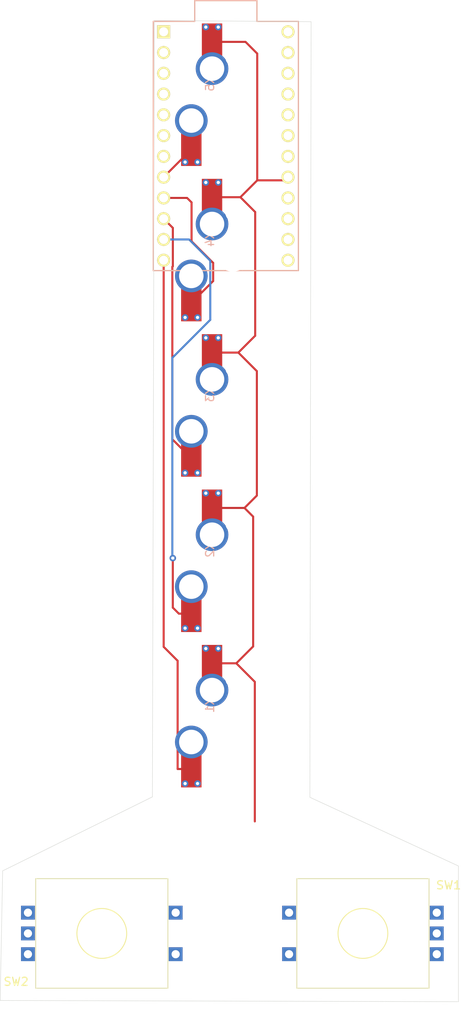
<source format=kicad_pcb>
(kicad_pcb (version 20171130) (host pcbnew "(5.1.6)-1")

  (general
    (thickness 1.6)
    (drawings 23)
    (tracks 48)
    (zones 0)
    (modules 8)
    (nets 35)
  )

  (page A4)
  (layers
    (0 F.Cu signal)
    (31 B.Cu signal)
    (32 B.Adhes user)
    (33 F.Adhes user)
    (34 B.Paste user)
    (35 F.Paste user)
    (36 B.SilkS user)
    (37 F.SilkS user)
    (38 B.Mask user)
    (39 F.Mask user)
    (40 Dwgs.User user)
    (41 Cmts.User user)
    (42 Eco1.User user)
    (43 Eco2.User user)
    (44 Edge.Cuts user)
    (45 Margin user)
    (46 B.CrtYd user)
    (47 F.CrtYd user)
    (48 B.Fab user)
    (49 F.Fab user)
  )

  (setup
    (last_trace_width 0.25)
    (trace_clearance 0.2)
    (zone_clearance 0.508)
    (zone_45_only no)
    (trace_min 0.2)
    (via_size 0.8)
    (via_drill 0.4)
    (via_min_size 0.4)
    (via_min_drill 0.3)
    (uvia_size 0.3)
    (uvia_drill 0.1)
    (uvias_allowed no)
    (uvia_min_size 0.2)
    (uvia_min_drill 0.1)
    (edge_width 0.05)
    (segment_width 0.2)
    (pcb_text_width 0.3)
    (pcb_text_size 1.5 1.5)
    (mod_edge_width 0.12)
    (mod_text_size 1 1)
    (mod_text_width 0.15)
    (pad_size 1.524 1.524)
    (pad_drill 0.762)
    (pad_to_mask_clearance 0.05)
    (aux_axis_origin 0 0)
    (visible_elements 7FFFFFFF)
    (pcbplotparams
      (layerselection 0x010fc_ffffffff)
      (usegerberextensions false)
      (usegerberattributes true)
      (usegerberadvancedattributes true)
      (creategerberjobfile true)
      (excludeedgelayer true)
      (linewidth 0.100000)
      (plotframeref false)
      (viasonmask false)
      (mode 1)
      (useauxorigin false)
      (hpglpennumber 1)
      (hpglpenspeed 20)
      (hpglpendiameter 15.000000)
      (psnegative false)
      (psa4output false)
      (plotreference true)
      (plotvalue true)
      (plotinvisibletext false)
      (padsonsilk false)
      (subtractmaskfromsilk false)
      (outputformat 1)
      (mirror false)
      (drillshape 1)
      (scaleselection 1)
      (outputdirectory ""))
  )

  (net 0 "")
  (net 1 "Net-(MX1-Pad2)")
  (net 2 "Net-(MX1-Pad1)")
  (net 3 "Net-(MX2-Pad2)")
  (net 4 "Net-(MX3-Pad2)")
  (net 5 "Net-(MX4-Pad2)")
  (net 6 "Net-(MX5-Pad2)")
  (net 7 "Net-(SW1-PadS1)")
  (net 8 "Net-(SW1-PadS2)")
  (net 9 "Net-(SW1-PadC)")
  (net 10 "Net-(SW1-PadB)")
  (net 11 "Net-(SW1-PadA)")
  (net 12 "Net-(SW2-PadS1)")
  (net 13 "Net-(SW2-PadS2)")
  (net 14 "Net-(SW2-PadC)")
  (net 15 "Net-(SW2-PadB)")
  (net 16 "Net-(SW2-PadA)")
  (net 17 "Net-(U1-Pad24)")
  (net 18 "Net-(U1-Pad23)")
  (net 19 "Net-(U1-Pad22)")
  (net 20 "Net-(U1-Pad21)")
  (net 21 "Net-(U1-Pad20)")
  (net 22 "Net-(U1-Pad19)")
  (net 23 "Net-(U1-Pad18)")
  (net 24 "Net-(U1-Pad16)")
  (net 25 "Net-(U1-Pad15)")
  (net 26 "Net-(U1-Pad14)")
  (net 27 "Net-(U1-Pad13)")
  (net 28 "Net-(U1-Pad7)")
  (net 29 "Net-(U1-Pad6)")
  (net 30 "Net-(U1-Pad5)")
  (net 31 "Net-(U1-Pad4)")
  (net 32 "Net-(U1-Pad3)")
  (net 33 "Net-(U1-Pad2)")
  (net 34 "Net-(U1-Pad1)")

  (net_class Default "This is the default net class."
    (clearance 0.2)
    (trace_width 0.25)
    (via_dia 0.8)
    (via_drill 0.4)
    (uvia_dia 0.3)
    (uvia_drill 0.1)
    (add_net "Net-(MX1-Pad1)")
    (add_net "Net-(MX1-Pad2)")
    (add_net "Net-(MX2-Pad2)")
    (add_net "Net-(MX3-Pad2)")
    (add_net "Net-(MX4-Pad2)")
    (add_net "Net-(MX5-Pad2)")
    (add_net "Net-(SW1-PadA)")
    (add_net "Net-(SW1-PadB)")
    (add_net "Net-(SW1-PadC)")
    (add_net "Net-(SW1-PadS1)")
    (add_net "Net-(SW1-PadS2)")
    (add_net "Net-(SW2-PadA)")
    (add_net "Net-(SW2-PadB)")
    (add_net "Net-(SW2-PadC)")
    (add_net "Net-(SW2-PadS1)")
    (add_net "Net-(SW2-PadS2)")
    (add_net "Net-(U1-Pad1)")
    (add_net "Net-(U1-Pad13)")
    (add_net "Net-(U1-Pad14)")
    (add_net "Net-(U1-Pad15)")
    (add_net "Net-(U1-Pad16)")
    (add_net "Net-(U1-Pad18)")
    (add_net "Net-(U1-Pad19)")
    (add_net "Net-(U1-Pad2)")
    (add_net "Net-(U1-Pad20)")
    (add_net "Net-(U1-Pad21)")
    (add_net "Net-(U1-Pad22)")
    (add_net "Net-(U1-Pad23)")
    (add_net "Net-(U1-Pad24)")
    (add_net "Net-(U1-Pad3)")
    (add_net "Net-(U1-Pad4)")
    (add_net "Net-(U1-Pad5)")
    (add_net "Net-(U1-Pad6)")
    (add_net "Net-(U1-Pad7)")
  )

  (module promicro:ProMicro (layer F.Cu) (tedit 5A06A962) (tstamp 602476EE)
    (at 138.2 3.7 270)
    (descr "Pro Micro footprint")
    (tags "promicro ProMicro")
    (path /60242502)
    (fp_text reference U1 (at 0.05 -9.65 90) (layer F.SilkS) hide
      (effects (font (size 1 1) (thickness 0.15)))
    )
    (fp_text value ProMicro (at -8.85 5.3 90) (layer F.Fab)
      (effects (font (size 1 1) (thickness 0.15)))
    )
    (fp_line (start 15.24 -8.89) (end 15.24 8.89) (layer B.SilkS) (width 0.15))
    (fp_line (start 15.24 8.89) (end -15.24 8.89) (layer B.SilkS) (width 0.15))
    (fp_line (start -15.24 8.89) (end -15.24 3.81) (layer B.SilkS) (width 0.15))
    (fp_line (start -15.24 3.81) (end -17.78 3.81) (layer B.SilkS) (width 0.15))
    (fp_line (start -17.78 3.81) (end -17.78 -3.81) (layer B.SilkS) (width 0.15))
    (fp_line (start -17.78 -3.81) (end -15.24 -3.81) (layer B.SilkS) (width 0.15))
    (fp_line (start -15.24 -3.81) (end -15.24 -8.89) (layer B.SilkS) (width 0.15))
    (fp_line (start -15.24 -8.89) (end 15.24 -8.89) (layer B.SilkS) (width 0.15))
    (fp_line (start -15.24 8.89) (end 15.24 8.89) (layer F.SilkS) (width 0.15))
    (fp_line (start -15.24 8.89) (end -15.24 3.81) (layer F.SilkS) (width 0.15))
    (fp_line (start -15.24 3.81) (end -17.78 3.81) (layer F.SilkS) (width 0.15))
    (fp_line (start -17.78 3.81) (end -17.78 -3.81) (layer F.SilkS) (width 0.15))
    (fp_line (start -17.78 -3.81) (end -15.24 -3.81) (layer F.SilkS) (width 0.15))
    (fp_line (start -15.24 -3.81) (end -15.24 -8.89) (layer F.SilkS) (width 0.15))
    (fp_line (start -15.24 -8.89) (end 15.24 -8.89) (layer F.SilkS) (width 0.15))
    (fp_line (start 15.24 -8.89) (end 15.24 8.89) (layer F.SilkS) (width 0.15))
    (pad 24 thru_hole circle (at -13.97 -7.62 270) (size 1.6 1.6) (drill 1.1) (layers *.Cu *.Mask F.SilkS)
      (net 17 "Net-(U1-Pad24)"))
    (pad 23 thru_hole circle (at -11.43 -7.62 270) (size 1.6 1.6) (drill 1.1) (layers *.Cu *.Mask F.SilkS)
      (net 18 "Net-(U1-Pad23)"))
    (pad 22 thru_hole circle (at -8.89 -7.62 270) (size 1.6 1.6) (drill 1.1) (layers *.Cu *.Mask F.SilkS)
      (net 19 "Net-(U1-Pad22)"))
    (pad 21 thru_hole circle (at -6.35 -7.62 270) (size 1.6 1.6) (drill 1.1) (layers *.Cu *.Mask F.SilkS)
      (net 20 "Net-(U1-Pad21)"))
    (pad 20 thru_hole circle (at -3.81 -7.62 270) (size 1.6 1.6) (drill 1.1) (layers *.Cu *.Mask F.SilkS)
      (net 21 "Net-(U1-Pad20)"))
    (pad 19 thru_hole circle (at -1.27 -7.62 270) (size 1.6 1.6) (drill 1.1) (layers *.Cu *.Mask F.SilkS)
      (net 22 "Net-(U1-Pad19)"))
    (pad 18 thru_hole circle (at 1.27 -7.62 270) (size 1.6 1.6) (drill 1.1) (layers *.Cu *.Mask F.SilkS)
      (net 23 "Net-(U1-Pad18)"))
    (pad 17 thru_hole circle (at 3.81 -7.62 270) (size 1.6 1.6) (drill 1.1) (layers *.Cu *.Mask F.SilkS)
      (net 2 "Net-(MX1-Pad1)"))
    (pad 16 thru_hole circle (at 6.35 -7.62 270) (size 1.6 1.6) (drill 1.1) (layers *.Cu *.Mask F.SilkS)
      (net 24 "Net-(U1-Pad16)"))
    (pad 15 thru_hole circle (at 8.89 -7.62 270) (size 1.6 1.6) (drill 1.1) (layers *.Cu *.Mask F.SilkS)
      (net 25 "Net-(U1-Pad15)"))
    (pad 14 thru_hole circle (at 11.43 -7.62 270) (size 1.6 1.6) (drill 1.1) (layers *.Cu *.Mask F.SilkS)
      (net 26 "Net-(U1-Pad14)"))
    (pad 13 thru_hole circle (at 13.97 -7.62 270) (size 1.6 1.6) (drill 1.1) (layers *.Cu *.Mask F.SilkS)
      (net 27 "Net-(U1-Pad13)"))
    (pad 12 thru_hole circle (at 13.97 7.62 270) (size 1.6 1.6) (drill 1.1) (layers *.Cu *.Mask F.SilkS)
      (net 1 "Net-(MX1-Pad2)"))
    (pad 11 thru_hole circle (at 11.43 7.62 270) (size 1.6 1.6) (drill 1.1) (layers *.Cu *.Mask F.SilkS)
      (net 3 "Net-(MX2-Pad2)"))
    (pad 10 thru_hole circle (at 8.89 7.62 270) (size 1.6 1.6) (drill 1.1) (layers *.Cu *.Mask F.SilkS)
      (net 4 "Net-(MX3-Pad2)"))
    (pad 9 thru_hole circle (at 6.35 7.62 270) (size 1.6 1.6) (drill 1.1) (layers *.Cu *.Mask F.SilkS)
      (net 5 "Net-(MX4-Pad2)"))
    (pad 8 thru_hole circle (at 3.81 7.62 270) (size 1.6 1.6) (drill 1.1) (layers *.Cu *.Mask F.SilkS)
      (net 6 "Net-(MX5-Pad2)"))
    (pad 7 thru_hole circle (at 1.27 7.62 270) (size 1.6 1.6) (drill 1.1) (layers *.Cu *.Mask F.SilkS)
      (net 28 "Net-(U1-Pad7)"))
    (pad 6 thru_hole circle (at -1.27 7.62 270) (size 1.6 1.6) (drill 1.1) (layers *.Cu *.Mask F.SilkS)
      (net 29 "Net-(U1-Pad6)"))
    (pad 5 thru_hole circle (at -3.81 7.62 270) (size 1.6 1.6) (drill 1.1) (layers *.Cu *.Mask F.SilkS)
      (net 30 "Net-(U1-Pad5)"))
    (pad 4 thru_hole circle (at -6.35 7.62 270) (size 1.6 1.6) (drill 1.1) (layers *.Cu *.Mask F.SilkS)
      (net 31 "Net-(U1-Pad4)"))
    (pad 3 thru_hole circle (at -8.89 7.62 270) (size 1.6 1.6) (drill 1.1) (layers *.Cu *.Mask F.SilkS)
      (net 32 "Net-(U1-Pad3)"))
    (pad 2 thru_hole circle (at -11.43 7.62 270) (size 1.6 1.6) (drill 1.1) (layers *.Cu *.Mask F.SilkS)
      (net 33 "Net-(U1-Pad2)"))
    (pad 1 thru_hole rect (at -13.97 7.62 270) (size 1.6 1.6) (drill 1.1) (layers *.Cu *.Mask F.SilkS)
      (net 34 "Net-(U1-Pad1)"))
  )

  (module MX_Only:MXOnly-1U-Hotswap-Antishear (layer B.Cu) (tedit 5BC2AA2F) (tstamp 601C62E5)
    (at 139.05 -1.95 270)
    (path /601C75AF)
    (fp_text reference MX5 (at -2.54 2.794 270) (layer B.SilkS)
      (effects (font (size 1 1) (thickness 0.15)) (justify mirror))
    )
    (fp_text value MX-LED (at -2.54 -12.954 270) (layer B.Fab)
      (effects (font (size 1 1) (thickness 0.15)) (justify mirror))
    )
    (fp_line (start -9.525 -9.525) (end -9.525 9.525) (layer Dwgs.User) (width 0.15))
    (fp_line (start 9.525 -9.525) (end -9.525 -9.525) (layer Dwgs.User) (width 0.15))
    (fp_line (start 9.525 9.525) (end 9.525 -9.525) (layer Dwgs.User) (width 0.15))
    (fp_line (start -9.525 9.525) (end 9.525 9.525) (layer Dwgs.User) (width 0.15))
    (fp_line (start -7 7) (end -7 5) (layer Dwgs.User) (width 0.15))
    (fp_line (start -5 7) (end -7 7) (layer Dwgs.User) (width 0.15))
    (fp_line (start -7 -7) (end -5 -7) (layer Dwgs.User) (width 0.15))
    (fp_line (start -7 -5) (end -7 -7) (layer Dwgs.User) (width 0.15))
    (fp_line (start 7 -7) (end 7 -5) (layer Dwgs.User) (width 0.15))
    (fp_line (start 5 -7) (end 7 -7) (layer Dwgs.User) (width 0.15))
    (fp_line (start 7 7) (end 7 5) (layer Dwgs.User) (width 0.15))
    (fp_line (start 5 7) (end 7 7) (layer Dwgs.User) (width 0.15))
    (fp_text user %R (at -2.54 2.794 270) (layer B.Fab)
      (effects (font (size 1 1) (thickness 0.15)) (justify mirror))
    )
    (pad 2 smd rect (at 5.842 5.08 270) (size 4.5 2.5) (layers F.Cu)
      (net 6 "Net-(MX5-Pad2)"))
    (pad 1 smd rect (at -7.085 2.54 270) (size 4.5 2.5) (layers F.Cu)
      (net 2 "Net-(MX1-Pad1)"))
    (pad 2 thru_hole circle (at 7.62 4.318 270) (size 0.8 0.8) (drill 0.4) (layers *.Cu)
      (net 6 "Net-(MX5-Pad2)"))
    (pad 1 thru_hole circle (at -8.89 1.778 270) (size 0.8 0.8) (drill 0.4) (layers *.Cu)
      (net 2 "Net-(MX1-Pad1)"))
    (pad 2 thru_hole circle (at 7.62 5.842 270) (size 0.8 0.8) (drill 0.4) (layers *.Cu)
      (net 6 "Net-(MX5-Pad2)"))
    (pad 1 thru_hole circle (at -8.89 3.302 270) (size 0.8 0.8) (drill 0.4) (layers *.Cu)
      (net 2 "Net-(MX1-Pad1)"))
    (pad 2 smd rect (at 5.815 5.08 270) (size 2.55 2.5) (layers F.Paste F.Mask)
      (net 6 "Net-(MX5-Pad2)"))
    (pad 1 smd rect (at -7.085 2.54 270) (size 2.55 2.5) (layers F.Paste F.Mask)
      (net 2 "Net-(MX1-Pad1)"))
    (pad "" np_thru_hole circle (at 5.08 0 221.9004) (size 1.75 1.75) (drill 1.75) (layers *.Cu *.Mask))
    (pad "" np_thru_hole circle (at -5.08 0 221.9004) (size 1.75 1.75) (drill 1.75) (layers *.Cu *.Mask))
    (pad 1 thru_hole circle (at -3.81 2.54 270) (size 4 4) (drill 3) (layers *.Cu)
      (net 2 "Net-(MX1-Pad1)"))
    (pad "" np_thru_hole circle (at 0 0 270) (size 3.9878 3.9878) (drill 3.9878) (layers *.Cu *.Mask))
    (pad 2 thru_hole circle (at 2.54 5.08 270) (size 4 4) (drill 3) (layers *.Cu)
      (net 6 "Net-(MX5-Pad2)"))
  )

  (module MX_Only:MXOnly-1U-Hotswap-Antishear (layer B.Cu) (tedit 5BC2AA2F) (tstamp 601C62CB)
    (at 139.05 17.05 270)
    (path /601C716F)
    (fp_text reference MX4 (at -2.54 2.794 270) (layer B.SilkS)
      (effects (font (size 1 1) (thickness 0.15)) (justify mirror))
    )
    (fp_text value MX-LED (at -2.54 -12.954 270) (layer B.Fab)
      (effects (font (size 1 1) (thickness 0.15)) (justify mirror))
    )
    (fp_line (start -9.525 -9.525) (end -9.525 9.525) (layer Dwgs.User) (width 0.15))
    (fp_line (start 9.525 -9.525) (end -9.525 -9.525) (layer Dwgs.User) (width 0.15))
    (fp_line (start 9.525 9.525) (end 9.525 -9.525) (layer Dwgs.User) (width 0.15))
    (fp_line (start -9.525 9.525) (end 9.525 9.525) (layer Dwgs.User) (width 0.15))
    (fp_line (start -7 7) (end -7 5) (layer Dwgs.User) (width 0.15))
    (fp_line (start -5 7) (end -7 7) (layer Dwgs.User) (width 0.15))
    (fp_line (start -7 -7) (end -5 -7) (layer Dwgs.User) (width 0.15))
    (fp_line (start -7 -5) (end -7 -7) (layer Dwgs.User) (width 0.15))
    (fp_line (start 7 -7) (end 7 -5) (layer Dwgs.User) (width 0.15))
    (fp_line (start 5 -7) (end 7 -7) (layer Dwgs.User) (width 0.15))
    (fp_line (start 7 7) (end 7 5) (layer Dwgs.User) (width 0.15))
    (fp_line (start 5 7) (end 7 7) (layer Dwgs.User) (width 0.15))
    (fp_text user %R (at -2.54 2.794 270) (layer B.Fab)
      (effects (font (size 1 1) (thickness 0.15)) (justify mirror))
    )
    (pad 2 smd rect (at 5.842 5.08 270) (size 4.5 2.5) (layers F.Cu)
      (net 5 "Net-(MX4-Pad2)"))
    (pad 1 smd rect (at -7.085 2.54 270) (size 4.5 2.5) (layers F.Cu)
      (net 2 "Net-(MX1-Pad1)"))
    (pad 2 thru_hole circle (at 7.62 4.318 270) (size 0.8 0.8) (drill 0.4) (layers *.Cu)
      (net 5 "Net-(MX4-Pad2)"))
    (pad 1 thru_hole circle (at -8.89 1.778 270) (size 0.8 0.8) (drill 0.4) (layers *.Cu)
      (net 2 "Net-(MX1-Pad1)"))
    (pad 2 thru_hole circle (at 7.62 5.842 270) (size 0.8 0.8) (drill 0.4) (layers *.Cu)
      (net 5 "Net-(MX4-Pad2)"))
    (pad 1 thru_hole circle (at -8.89 3.302 270) (size 0.8 0.8) (drill 0.4) (layers *.Cu)
      (net 2 "Net-(MX1-Pad1)"))
    (pad 2 smd rect (at 5.815 5.08 270) (size 2.55 2.5) (layers F.Paste F.Mask)
      (net 5 "Net-(MX4-Pad2)"))
    (pad 1 smd rect (at -7.085 2.54 270) (size 2.55 2.5) (layers F.Paste F.Mask)
      (net 2 "Net-(MX1-Pad1)"))
    (pad "" np_thru_hole circle (at 5.08 0 221.9004) (size 1.75 1.75) (drill 1.75) (layers *.Cu *.Mask))
    (pad "" np_thru_hole circle (at -5.08 0 221.9004) (size 1.75 1.75) (drill 1.75) (layers *.Cu *.Mask))
    (pad 1 thru_hole circle (at -3.81 2.54 270) (size 4 4) (drill 3) (layers *.Cu)
      (net 2 "Net-(MX1-Pad1)"))
    (pad "" np_thru_hole circle (at 0 0 270) (size 3.9878 3.9878) (drill 3.9878) (layers *.Cu *.Mask))
    (pad 2 thru_hole circle (at 2.54 5.08 270) (size 4 4) (drill 3) (layers *.Cu)
      (net 5 "Net-(MX4-Pad2)"))
  )

  (module MX_Only:MXOnly-1U-Hotswap-Antishear (layer B.Cu) (tedit 5BC2AA2F) (tstamp 601C62B1)
    (at 139.05 36.05 270)
    (path /601C6DD5)
    (fp_text reference MX3 (at -2.54 2.794 270) (layer B.SilkS)
      (effects (font (size 1 1) (thickness 0.15)) (justify mirror))
    )
    (fp_text value MX-LED (at -2.54 -12.954 270) (layer B.Fab)
      (effects (font (size 1 1) (thickness 0.15)) (justify mirror))
    )
    (fp_line (start -9.525 -9.525) (end -9.525 9.525) (layer Dwgs.User) (width 0.15))
    (fp_line (start 9.525 -9.525) (end -9.525 -9.525) (layer Dwgs.User) (width 0.15))
    (fp_line (start 9.525 9.525) (end 9.525 -9.525) (layer Dwgs.User) (width 0.15))
    (fp_line (start -9.525 9.525) (end 9.525 9.525) (layer Dwgs.User) (width 0.15))
    (fp_line (start -7 7) (end -7 5) (layer Dwgs.User) (width 0.15))
    (fp_line (start -5 7) (end -7 7) (layer Dwgs.User) (width 0.15))
    (fp_line (start -7 -7) (end -5 -7) (layer Dwgs.User) (width 0.15))
    (fp_line (start -7 -5) (end -7 -7) (layer Dwgs.User) (width 0.15))
    (fp_line (start 7 -7) (end 7 -5) (layer Dwgs.User) (width 0.15))
    (fp_line (start 5 -7) (end 7 -7) (layer Dwgs.User) (width 0.15))
    (fp_line (start 7 7) (end 7 5) (layer Dwgs.User) (width 0.15))
    (fp_line (start 5 7) (end 7 7) (layer Dwgs.User) (width 0.15))
    (fp_text user %R (at -2.54 2.794 270) (layer B.Fab)
      (effects (font (size 1 1) (thickness 0.15)) (justify mirror))
    )
    (pad 2 smd rect (at 5.842 5.08 270) (size 4.5 2.5) (layers F.Cu)
      (net 4 "Net-(MX3-Pad2)"))
    (pad 1 smd rect (at -7.085 2.54 270) (size 4.5 2.5) (layers F.Cu)
      (net 2 "Net-(MX1-Pad1)"))
    (pad 2 thru_hole circle (at 7.62 4.318 270) (size 0.8 0.8) (drill 0.4) (layers *.Cu)
      (net 4 "Net-(MX3-Pad2)"))
    (pad 1 thru_hole circle (at -8.89 1.778 270) (size 0.8 0.8) (drill 0.4) (layers *.Cu)
      (net 2 "Net-(MX1-Pad1)"))
    (pad 2 thru_hole circle (at 7.62 5.842 270) (size 0.8 0.8) (drill 0.4) (layers *.Cu)
      (net 4 "Net-(MX3-Pad2)"))
    (pad 1 thru_hole circle (at -8.89 3.302 270) (size 0.8 0.8) (drill 0.4) (layers *.Cu)
      (net 2 "Net-(MX1-Pad1)"))
    (pad 2 smd rect (at 5.815 5.08 270) (size 2.55 2.5) (layers F.Paste F.Mask)
      (net 4 "Net-(MX3-Pad2)"))
    (pad 1 smd rect (at -7.085 2.54 270) (size 2.55 2.5) (layers F.Paste F.Mask)
      (net 2 "Net-(MX1-Pad1)"))
    (pad "" np_thru_hole circle (at 5.08 0 221.9004) (size 1.75 1.75) (drill 1.75) (layers *.Cu *.Mask))
    (pad "" np_thru_hole circle (at -5.08 0 221.9004) (size 1.75 1.75) (drill 1.75) (layers *.Cu *.Mask))
    (pad 1 thru_hole circle (at -3.81 2.54 270) (size 4 4) (drill 3) (layers *.Cu)
      (net 2 "Net-(MX1-Pad1)"))
    (pad "" np_thru_hole circle (at 0 0 270) (size 3.9878 3.9878) (drill 3.9878) (layers *.Cu *.Mask))
    (pad 2 thru_hole circle (at 2.54 5.08 270) (size 4 4) (drill 3) (layers *.Cu)
      (net 4 "Net-(MX3-Pad2)"))
  )

  (module MX_Only:MXOnly-1U-Hotswap-Antishear (layer B.Cu) (tedit 5BC2AA2F) (tstamp 601C6297)
    (at 139.05 55.05 270)
    (path /601C6855)
    (fp_text reference MX2 (at -2.54 2.794 270) (layer B.SilkS)
      (effects (font (size 1 1) (thickness 0.15)) (justify mirror))
    )
    (fp_text value MX-LED (at -2.54 -12.954 270) (layer B.Fab)
      (effects (font (size 1 1) (thickness 0.15)) (justify mirror))
    )
    (fp_line (start -9.525 -9.525) (end -9.525 9.525) (layer Dwgs.User) (width 0.15))
    (fp_line (start 9.525 -9.525) (end -9.525 -9.525) (layer Dwgs.User) (width 0.15))
    (fp_line (start 9.525 9.525) (end 9.525 -9.525) (layer Dwgs.User) (width 0.15))
    (fp_line (start -9.525 9.525) (end 9.525 9.525) (layer Dwgs.User) (width 0.15))
    (fp_line (start -7 7) (end -7 5) (layer Dwgs.User) (width 0.15))
    (fp_line (start -5 7) (end -7 7) (layer Dwgs.User) (width 0.15))
    (fp_line (start -7 -7) (end -5 -7) (layer Dwgs.User) (width 0.15))
    (fp_line (start -7 -5) (end -7 -7) (layer Dwgs.User) (width 0.15))
    (fp_line (start 7 -7) (end 7 -5) (layer Dwgs.User) (width 0.15))
    (fp_line (start 5 -7) (end 7 -7) (layer Dwgs.User) (width 0.15))
    (fp_line (start 7 7) (end 7 5) (layer Dwgs.User) (width 0.15))
    (fp_line (start 5 7) (end 7 7) (layer Dwgs.User) (width 0.15))
    (fp_text user %R (at -2.54 2.794 270) (layer B.Fab)
      (effects (font (size 1 1) (thickness 0.15)) (justify mirror))
    )
    (pad 2 smd rect (at 5.842 5.08 270) (size 4.5 2.5) (layers F.Cu)
      (net 3 "Net-(MX2-Pad2)"))
    (pad 1 smd rect (at -7.085 2.54 270) (size 4.5 2.5) (layers F.Cu)
      (net 2 "Net-(MX1-Pad1)"))
    (pad 2 thru_hole circle (at 7.62 4.318 270) (size 0.8 0.8) (drill 0.4) (layers *.Cu)
      (net 3 "Net-(MX2-Pad2)"))
    (pad 1 thru_hole circle (at -8.89 1.778 270) (size 0.8 0.8) (drill 0.4) (layers *.Cu)
      (net 2 "Net-(MX1-Pad1)"))
    (pad 2 thru_hole circle (at 7.62 5.842 270) (size 0.8 0.8) (drill 0.4) (layers *.Cu)
      (net 3 "Net-(MX2-Pad2)"))
    (pad 1 thru_hole circle (at -8.89 3.302 270) (size 0.8 0.8) (drill 0.4) (layers *.Cu)
      (net 2 "Net-(MX1-Pad1)"))
    (pad 2 smd rect (at 5.815 5.08 270) (size 2.55 2.5) (layers F.Paste F.Mask)
      (net 3 "Net-(MX2-Pad2)"))
    (pad 1 smd rect (at -7.085 2.54 270) (size 2.55 2.5) (layers F.Paste F.Mask)
      (net 2 "Net-(MX1-Pad1)"))
    (pad "" np_thru_hole circle (at 5.08 0 221.9004) (size 1.75 1.75) (drill 1.75) (layers *.Cu *.Mask))
    (pad "" np_thru_hole circle (at -5.08 0 221.9004) (size 1.75 1.75) (drill 1.75) (layers *.Cu *.Mask))
    (pad 1 thru_hole circle (at -3.81 2.54 270) (size 4 4) (drill 3) (layers *.Cu)
      (net 2 "Net-(MX1-Pad1)"))
    (pad "" np_thru_hole circle (at 0 0 270) (size 3.9878 3.9878) (drill 3.9878) (layers *.Cu *.Mask))
    (pad 2 thru_hole circle (at 2.54 5.08 270) (size 4 4) (drill 3) (layers *.Cu)
      (net 3 "Net-(MX2-Pad2)"))
  )

  (module MX_Only:MXOnly-1U-Hotswap-Antishear (layer B.Cu) (tedit 5BC2AA2F) (tstamp 601C627D)
    (at 139.05 74.05 270)
    (path /601C7B62)
    (fp_text reference MX1 (at -2.54 2.794 270) (layer B.SilkS)
      (effects (font (size 1 1) (thickness 0.15)) (justify mirror))
    )
    (fp_text value MX-LED (at -2.54 -12.954 270) (layer B.Fab)
      (effects (font (size 1 1) (thickness 0.15)) (justify mirror))
    )
    (fp_line (start -9.525 -9.525) (end -9.525 9.525) (layer Dwgs.User) (width 0.15))
    (fp_line (start 9.525 -9.525) (end -9.525 -9.525) (layer Dwgs.User) (width 0.15))
    (fp_line (start 9.525 9.525) (end 9.525 -9.525) (layer Dwgs.User) (width 0.15))
    (fp_line (start -9.525 9.525) (end 9.525 9.525) (layer Dwgs.User) (width 0.15))
    (fp_line (start -7 7) (end -7 5) (layer Dwgs.User) (width 0.15))
    (fp_line (start -5 7) (end -7 7) (layer Dwgs.User) (width 0.15))
    (fp_line (start -7 -7) (end -5 -7) (layer Dwgs.User) (width 0.15))
    (fp_line (start -7 -5) (end -7 -7) (layer Dwgs.User) (width 0.15))
    (fp_line (start 7 -7) (end 7 -5) (layer Dwgs.User) (width 0.15))
    (fp_line (start 5 -7) (end 7 -7) (layer Dwgs.User) (width 0.15))
    (fp_line (start 7 7) (end 7 5) (layer Dwgs.User) (width 0.15))
    (fp_line (start 5 7) (end 7 7) (layer Dwgs.User) (width 0.15))
    (fp_text user %R (at -2.54 2.794 270) (layer B.Fab)
      (effects (font (size 1 1) (thickness 0.15)) (justify mirror))
    )
    (pad 2 smd rect (at 5.842 5.08 270) (size 4.5 2.5) (layers F.Cu)
      (net 1 "Net-(MX1-Pad2)"))
    (pad 1 smd rect (at -7.085 2.54 270) (size 4.5 2.5) (layers F.Cu)
      (net 2 "Net-(MX1-Pad1)"))
    (pad 2 thru_hole circle (at 7.62 4.318 270) (size 0.8 0.8) (drill 0.4) (layers *.Cu)
      (net 1 "Net-(MX1-Pad2)"))
    (pad 1 thru_hole circle (at -8.89 1.778 270) (size 0.8 0.8) (drill 0.4) (layers *.Cu)
      (net 2 "Net-(MX1-Pad1)"))
    (pad 2 thru_hole circle (at 7.62 5.842 270) (size 0.8 0.8) (drill 0.4) (layers *.Cu)
      (net 1 "Net-(MX1-Pad2)"))
    (pad 1 thru_hole circle (at -8.89 3.302 270) (size 0.8 0.8) (drill 0.4) (layers *.Cu)
      (net 2 "Net-(MX1-Pad1)"))
    (pad 2 smd rect (at 5.815 5.08 270) (size 2.55 2.5) (layers F.Paste F.Mask)
      (net 1 "Net-(MX1-Pad2)"))
    (pad 1 smd rect (at -7.085 2.54 270) (size 2.55 2.5) (layers F.Paste F.Mask)
      (net 2 "Net-(MX1-Pad1)"))
    (pad "" np_thru_hole circle (at 5.08 0 221.9004) (size 1.75 1.75) (drill 1.75) (layers *.Cu *.Mask))
    (pad "" np_thru_hole circle (at -5.08 0 221.9004) (size 1.75 1.75) (drill 1.75) (layers *.Cu *.Mask))
    (pad 1 thru_hole circle (at -3.81 2.54 270) (size 4 4) (drill 3) (layers *.Cu)
      (net 2 "Net-(MX1-Pad1)"))
    (pad "" np_thru_hole circle (at 0 0 270) (size 3.9878 3.9878) (drill 3.9878) (layers *.Cu *.Mask))
    (pad 2 thru_hole circle (at 2.54 5.08 270) (size 4 4) (drill 3) (layers *.Cu)
      (net 1 "Net-(MX1-Pad2)"))
  )

  (module "Pikatea Macropad Encoder Side Mount:Encoder-BI_EN11_HSM0E" (layer F.Cu) (tedit 601C61EF) (tstamp 601C62FF)
    (at 123 100)
    (path /601C8BAC)
    (fp_text reference SW2 (at -10.5 5.9) (layer F.SilkS)
      (effects (font (size 1 1) (thickness 0.15)))
    )
    (fp_text value Rotary_Encoder_Switch (at 0 7.6) (layer F.Fab)
      (effects (font (size 1 1) (thickness 0.15)))
    )
    (fp_line (start 8.1 6.7) (end -8.1 6.7) (layer F.SilkS) (width 0.12))
    (fp_line (start -8.1 -6.7) (end 8.1 -6.7) (layer F.SilkS) (width 0.12))
    (fp_line (start 8.1 6.7) (end 8.1 -6.7) (layer F.SilkS) (width 0.12))
    (fp_line (start -8.1 6.7) (end -8.1 -6.7) (layer F.SilkS) (width 0.12))
    (fp_circle (center 0 0) (end 3.05 0) (layer F.SilkS) (width 0.12))
    (pad A thru_hole rect (at -9.05 2.54) (size 1.7 1.7) (drill 1) (layers *.Cu *.Mask)
      (net 16 "Net-(SW2-PadA)"))
    (pad B thru_hole rect (at -9.05 -2.54) (size 1.7 1.7) (drill 1) (layers *.Cu *.Mask)
      (net 15 "Net-(SW2-PadB)"))
    (pad C thru_hole rect (at -9.05 0) (size 1.7 1.7) (drill 1) (layers *.Cu *.Mask)
      (net 14 "Net-(SW2-PadC)"))
    (pad S2 thru_hole rect (at 9.05 2.54) (size 1.7 1.7) (drill 1) (layers *.Cu *.Mask)
      (net 13 "Net-(SW2-PadS2)"))
    (pad S1 thru_hole rect (at 9.05 -2.54) (size 1.7 1.7) (drill 1) (layers *.Cu *.Mask)
      (net 12 "Net-(SW2-PadS1)"))
  )

  (module "Pikatea Macropad Encoder Side Mount:Encoder-BI_EN11_HSM0E" (layer F.Cu) (tedit 601C61EF) (tstamp 601C62F2)
    (at 155 100 180)
    (path /601C8410)
    (fp_text reference SW1 (at -10.5 5.9) (layer F.SilkS)
      (effects (font (size 1 1) (thickness 0.15)))
    )
    (fp_text value Rotary_Encoder_Switch (at 0 7.6) (layer F.Fab)
      (effects (font (size 1 1) (thickness 0.15)))
    )
    (fp_line (start 8.1 6.7) (end -8.1 6.7) (layer F.SilkS) (width 0.12))
    (fp_line (start -8.1 -6.7) (end 8.1 -6.7) (layer F.SilkS) (width 0.12))
    (fp_line (start 8.1 6.7) (end 8.1 -6.7) (layer F.SilkS) (width 0.12))
    (fp_line (start -8.1 6.7) (end -8.1 -6.7) (layer F.SilkS) (width 0.12))
    (fp_circle (center 0 0) (end 3.05 0) (layer F.SilkS) (width 0.12))
    (pad S1 thru_hole rect (at 9.05 -2.54 180) (size 1.7 1.7) (drill 1) (layers *.Cu *.Mask)
      (net 7 "Net-(SW1-PadS1)"))
    (pad S2 thru_hole rect (at 9.05 2.54 180) (size 1.7 1.7) (drill 1) (layers *.Cu *.Mask)
      (net 8 "Net-(SW1-PadS2)"))
    (pad C thru_hole rect (at -9.05 0 180) (size 1.7 1.7) (drill 1) (layers *.Cu *.Mask)
      (net 9 "Net-(SW1-PadC)"))
    (pad B thru_hole rect (at -9.05 -2.54 180) (size 1.7 1.7) (drill 1) (layers *.Cu *.Mask)
      (net 10 "Net-(SW1-PadB)"))
    (pad A thru_hole rect (at -9.05 2.54 180) (size 1.7 1.7) (drill 1) (layers *.Cu *.Mask)
      (net 11 "Net-(SW1-PadA)"))
  )

  (gr_line (start 110.85 92.35) (end 110.55 108.2) (layer Edge.Cuts) (width 0.05) (tstamp 602411BC))
  (gr_line (start 129.2 83.3) (end 110.85 92.35) (layer Edge.Cuts) (width 0.05))
  (gr_line (start 129.45 -11.65) (end 129.2 83.3) (layer Edge.Cuts) (width 0.05))
  (gr_line (start 148.65 -11.5) (end 129.45 -11.65) (layer Edge.Cuts) (width 0.05))
  (gr_line (start 148.5 83.35) (end 148.65 -11.5) (layer Edge.Cuts) (width 0.05))
  (gr_line (start 166.7 91.75) (end 148.5 83.35) (layer Edge.Cuts) (width 0.05))
  (gr_line (start 166.7 108.35) (end 166.7 91.75) (layer Edge.Cuts) (width 0.05))
  (gr_line (start 110.55 108.2) (end 166.7 108.35) (layer Edge.Cuts) (width 0.05))
  (gr_line (start 114.9 93.3) (end 114.9 106.7) (layer Edge.Cuts) (width 0.05) (tstamp 601CC388))
  (gr_line (start 114.9 106.7) (end 131.1 106.7) (layer Edge.Cuts) (width 0.05) (tstamp 601CC387))
  (gr_line (start 131.1 93.3) (end 114.9 93.3) (layer Edge.Cuts) (width 0.05) (tstamp 601CC386))
  (gr_line (start 131.1 106.7) (end 131.1 93.3) (layer Edge.Cuts) (width 0.05) (tstamp 601CC385))
  (gr_line (start 163.1 93.3) (end 146.9 93.3) (layer Edge.Cuts) (width 0.05) (tstamp 601CC384))
  (gr_line (start 163.1 106.7) (end 163.1 93.3) (layer Edge.Cuts) (width 0.05))
  (gr_line (start 146.9 106.7) (end 163.1 106.7) (layer Edge.Cuts) (width 0.05))
  (gr_line (start 146.9 93.3) (end 146.9 106.7) (layer Edge.Cuts) (width 0.05))
  (gr_line (start 146 10) (end 146 5) (layer Dwgs.User) (width 0.15) (tstamp 601CB62A))
  (gr_line (start 146 29) (end 146 24) (layer Dwgs.User) (width 0.15) (tstamp 601CB62A))
  (gr_line (start 146 48) (end 146 43) (layer Dwgs.User) (width 0.15) (tstamp 601CB62A))
  (gr_line (start 146 67) (end 146 62) (layer Dwgs.User) (width 0.15))
  (gr_line (start 148.5 83.4) (end 129.5 83.4) (layer Dwgs.User) (width 0.15))
  (gr_circle (center 155 100) (end 166 100) (layer Dwgs.User) (width 0.15) (tstamp 601C52A1))
  (gr_circle (center 123 100) (end 134 100) (layer Dwgs.User) (width 0.15))

  (segment (start 133.97 79.892) (end 132.292 79.892) (width 0.25) (layer F.Cu) (net 1))
  (segment (start 130.58 64.943002) (end 130.58 17.67) (width 0.25) (layer F.Cu) (net 1))
  (segment (start 132.292 66.655002) (end 130.58 64.943002) (width 0.25) (layer F.Cu) (net 1))
  (segment (start 132.292 79.892) (end 132.292 66.655002) (width 0.25) (layer F.Cu) (net 1))
  (segment (start 136.51 -9.035) (end 140.615 -9.035) (width 0.25) (layer F.Cu) (net 2))
  (segment (start 140.615 -9.035) (end 142.05 -7.6) (width 0.25) (layer F.Cu) (net 2))
  (segment (start 142.05 -7.6) (end 142.05 7.9) (width 0.25) (layer F.Cu) (net 2))
  (segment (start 139.985 9.965) (end 136.51 9.965) (width 0.25) (layer F.Cu) (net 2))
  (segment (start 142.05 7.9) (end 139.985 9.965) (width 0.25) (layer F.Cu) (net 2))
  (segment (start 139.985 9.965) (end 141.8 11.78) (width 0.25) (layer F.Cu) (net 2))
  (segment (start 141.8 11.78) (end 141.8 26.9) (width 0.25) (layer F.Cu) (net 2))
  (segment (start 139.735 28.965) (end 136.51 28.965) (width 0.25) (layer F.Cu) (net 2))
  (segment (start 141.8 26.9) (end 139.735 28.965) (width 0.25) (layer F.Cu) (net 2))
  (segment (start 139.735 28.965) (end 142 31.23) (width 0.25) (layer F.Cu) (net 2))
  (segment (start 142 31.23) (end 142 46.45) (width 0.25) (layer F.Cu) (net 2))
  (segment (start 140.485 47.965) (end 136.51 47.965) (width 0.25) (layer F.Cu) (net 2))
  (segment (start 142 46.45) (end 140.485 47.965) (width 0.25) (layer F.Cu) (net 2))
  (segment (start 140.485 47.965) (end 141.55 49.03) (width 0.25) (layer F.Cu) (net 2))
  (segment (start 141.55 49.03) (end 141.55 64.9) (width 0.25) (layer F.Cu) (net 2))
  (segment (start 139.485 66.965) (end 136.51 66.965) (width 0.25) (layer F.Cu) (net 2))
  (segment (start 141.55 64.9) (end 139.485 66.965) (width 0.25) (layer F.Cu) (net 2))
  (segment (start 139.485 66.965) (end 141.75 69.23) (width 0.25) (layer F.Cu) (net 2))
  (segment (start 141.75 69.23) (end 141.75 86.3) (width 0.25) (layer F.Cu) (net 2))
  (segment (start 145.43 7.9) (end 145.82 7.51) (width 0.25) (layer F.Cu) (net 2))
  (segment (start 142.05 7.9) (end 145.43 7.9) (width 0.25) (layer F.Cu) (net 2))
  (segment (start 136.295001 17.726975) (end 136.295001 24.954999) (width 0.25) (layer B.Cu) (net 3))
  (segment (start 130.58 15.13) (end 133.698026 15.13) (width 0.25) (layer B.Cu) (net 3))
  (segment (start 133.698026 15.13) (end 136.295001 17.726975) (width 0.25) (layer B.Cu) (net 3))
  (segment (start 131.644999 54.044999) (end 131.7 54.1) (width 0.25) (layer B.Cu) (net 3))
  (segment (start 136.295001 24.954999) (end 131.644999 29.605001) (width 0.25) (layer B.Cu) (net 3))
  (via (at 131.7 54.1) (size 0.8) (drill 0.4) (layers F.Cu B.Cu) (net 3))
  (segment (start 131.644999 29.605001) (end 131.644999 54.044999) (width 0.25) (layer B.Cu) (net 3))
  (segment (start 131.7 54.1) (end 131.7 60.15) (width 0.25) (layer F.Cu) (net 3))
  (segment (start 132.442 60.892) (end 133.97 60.892) (width 0.25) (layer F.Cu) (net 3))
  (segment (start 131.7 60.15) (end 132.442 60.892) (width 0.25) (layer F.Cu) (net 3))
  (segment (start 131.644999 39.566999) (end 133.97 41.892) (width 0.25) (layer F.Cu) (net 4))
  (segment (start 131.644999 18.473999) (end 131.644999 39.566999) (width 0.25) (layer F.Cu) (net 4))
  (segment (start 131.705001 13.715001) (end 131.705001 18.413997) (width 0.25) (layer F.Cu) (net 4))
  (segment (start 131.705001 18.413997) (end 131.644999 18.473999) (width 0.25) (layer F.Cu) (net 4))
  (segment (start 130.58 12.59) (end 131.705001 13.715001) (width 0.25) (layer F.Cu) (net 4))
  (segment (start 130.58 10.05) (end 133.45 10.05) (width 0.25) (layer F.Cu) (net 5))
  (segment (start 133.45 10.05) (end 134 10.6) (width 0.25) (layer F.Cu) (net 5))
  (segment (start 134 10.6) (end 134 15.35) (width 0.25) (layer F.Cu) (net 5))
  (segment (start 134 15.35) (end 136.65 18) (width 0.25) (layer F.Cu) (net 5))
  (segment (start 136.65 20.212) (end 133.97 22.892) (width 0.25) (layer F.Cu) (net 5))
  (segment (start 136.65 18) (end 136.65 20.212) (width 0.25) (layer F.Cu) (net 5))
  (segment (start 133.97 4.12) (end 133.97 3.892) (width 0.25) (layer F.Cu) (net 6))
  (segment (start 130.58 7.51) (end 133.97 4.12) (width 0.25) (layer F.Cu) (net 6))

)

</source>
